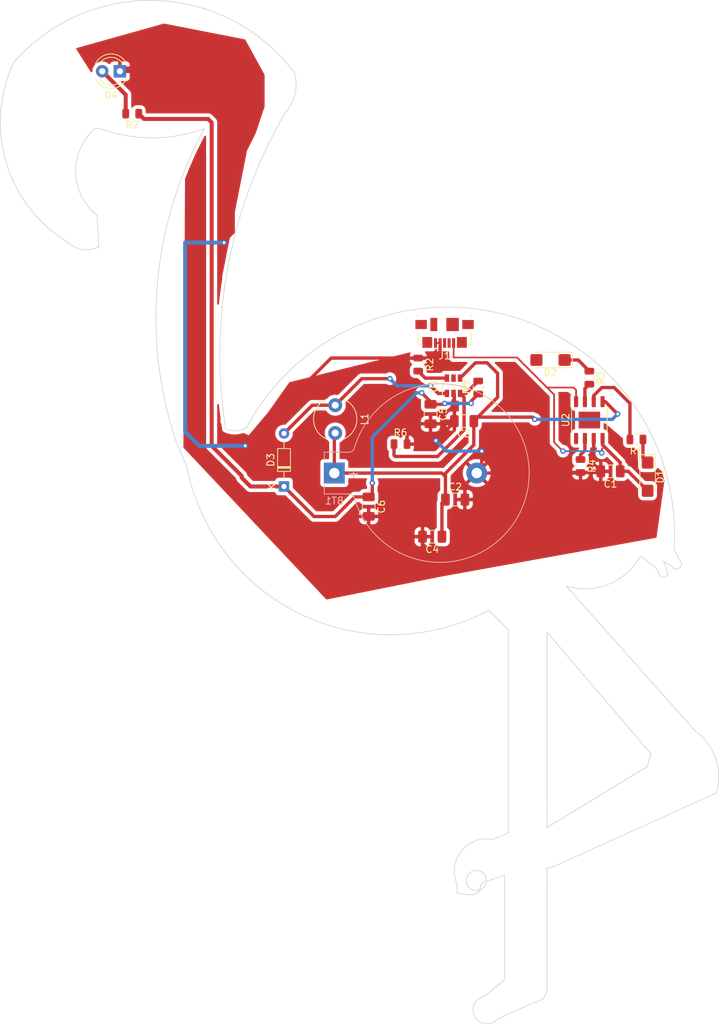
<source format=kicad_pcb>
(kicad_pcb (version 20210623) (generator pcbnew)
  (layers (0 "F.Cu" signal) (31 "B.Cu" signal) (34 "B.Paste" user) (35 "F.Paste" user) (36 "B.SilkS" user "B.Silkscreen") (37 "F.SilkS" user "F.Silkscreen") (38 "B.Mask" user) (39 "F.Mask" user) (44 "Edge.Cuts" user))
  (net 0 "")
  (net 1 "BOOST")
  (net 2 "BAT-")
  (net 3 "Net-(C1-Pad1)")
  (net 4 "5OT")
  (net 5 "Net-(D1-Pad1)")
  (net 6 "Net-(D2-Pad1)")
  (net 7 "Net-(D3-Pad2)")
  (net 8 "Net-(D4-Pad2)")
  (net 9 "Net-(R1-Pad2)")
  (net 10 "Net-(R2-Pad2)")
  (net 11 "Net-(R3-Pad2)")
  (net 12 "Net-(R4-Pad1)")
  (net 13 "FB")
  (footprint "Diode_THT:D_DO-34_SOD68_P7.62mm_Horizontal" (layer "F.Cu") (at 93.218 107.696 90)
    (fp_text reference "D3" (at 3.81 -1.92 90) (layer "F.SilkS"))
    (fp_text value "5.1")
    (fp_text user "K" (at 0 -1.75 90) (layer "F.SilkS"))
    (fp_line (start 2.866 -0.92) (end 2.866 0.92) (layer "F.SilkS") (width 0.12))
    (fp_line (start 2.17 0.92) (end 5.45 0.92) (layer "F.SilkS") (width 0.12))
    (fp_line (start 0.99 0) (end 2.17 0) (layer "F.SilkS") (width 0.12))
    (fp_line (start 2.626 -0.92) (end 2.626 0.92) (layer "F.SilkS") (width 0.12))
    (fp_line (start 2.746 -0.92) (end 2.746 0.92) (layer "F.SilkS") (width 0.12))
    (fp_line (start 5.45 -0.92) (end 2.17 -0.92) (layer "F.SilkS") (width 0.12))
    (fp_line (start 2.17 -0.92) (end 2.17 0.92) (layer "F.SilkS") (width 0.12))
    (fp_line (start 5.45 0.92) (end 5.45 -0.92) (layer "F.SilkS") (width 0.12))
    (fp_line (start 6.63 0) (end 5.45 0) (layer "F.SilkS") (width 0.12))
    (pad "1" thru_hole rect locked (at 0 0 90) (size 1.5 1.5) (drill 0.75) (layers *.Cu *.Mask) (net 4 "5OT"))
    (pad "2" thru_hole oval locked (at 7.62 0 90) (size 1.5 1.5) (drill 0.75) (layers *.Cu *.Mask) (net 7 "Net-(D3-Pad2)"))
  )
  (footprint "Resistor_SMD:R_0805_2012Metric" (layer "F.Cu") (at 109.982 101.6)
    (fp_text reference "R6" (at 0 -1.65) (layer "F.SilkS"))
    (fp_text value "12k")
    (fp_line (start -0.258578 0.71) (end 0.258578 0.71) (layer "F.SilkS") (width 0.12))
    (fp_line (start -0.258578 -0.71) (end 0.258578 -0.71) (layer "F.SilkS") (width 0.12))
    (pad "1" smd roundrect locked (at -0.9375 0) (size 0.975 1.4) (layers "F.Cu" "F.Paste" "F.Mask") (net 13 "FB"))
    (pad "2" smd roundrect locked (at 0.9375 0) (size 0.975 1.4) (layers "F.Cu" "F.Paste" "F.Mask") (net 2 "BAT-"))
  )
  (footprint "Capacitor_SMD:C_1206_3216Metric" (layer "F.Cu") (at 117.842939 109.578725)
    (fp_text reference "C2" (at 0 -1.82) (layer "F.SilkS"))
    (fp_text value "20uF")
    (fp_line (start -0.602064 -0.91) (end 0.602064 -0.91) (layer "F.SilkS") (width 0.12))
    (fp_line (start -0.602064 0.91) (end 0.602064 0.91) (layer "F.SilkS") (width 0.12))
    (pad "1" smd roundrect locked (at -1.4 0) (size 1.25 1.75) (layers "F.Cu" "F.Paste" "F.Mask") (roundrect_rratio 0.2) (net 1 "BOOST"))
    (pad "2" smd roundrect locked (at 1.4 0) (size 1.25 1.75) (layers "F.Cu" "F.Paste" "F.Mask") (roundrect_rratio 0.2) (net 2 "BAT-"))
  )
  (footprint "Resistor_SMD:R_0805_2012Metric" (layer "F.Cu") (at 135.876939 104.752725 -90)
    (fp_text reference "R4" (at 0 -1.65 90) (layer "F.SilkS"))
    (fp_text value "1.2k")
    (fp_line (start -0.258578 0.71) (end 0.258578 0.71) (layer "F.SilkS") (width 0.12))
    (fp_line (start -0.258578 -0.71) (end 0.258578 -0.71) (layer "F.SilkS") (width 0.12))
    (pad "1" smd roundrect locked (at -0.9375 0 270) (size 0.975 1.4) (layers "F.Cu" "F.Paste" "F.Mask") (net 12 "Net-(R4-Pad1)"))
    (pad "2" smd roundrect locked (at 0.9375 0 270) (size 0.975 1.4) (layers "F.Cu" "F.Paste" "F.Mask") (net 2 "BAT-"))
  )
  (footprint "Resistor_SMD:R_0805_2012Metric" (layer "F.Cu") (at 121.158 93.472 90)
    (fp_text reference "R5" (at 0 -1.65 90) (layer "F.SilkS"))
    (fp_text value "88k")
    (fp_line (start -0.258578 0.71) (end 0.258578 0.71) (layer "F.SilkS") (width 0.12))
    (fp_line (start -0.258578 -0.71) (end 0.258578 -0.71) (layer "F.SilkS") (width 0.12))
    (pad "1" smd roundrect locked (at -0.9375 0 90) (size 0.975 1.4) (layers "F.Cu" "F.Paste" "F.Mask") (net 4 "5OT"))
    (pad "2" smd roundrect locked (at 0.9375 0 90) (size 0.975 1.4) (layers "F.Cu" "F.Paste" "F.Mask") (net 13 "FB"))
  )
  (footprint "LED_SMD:LED_1806_4516Metric_Castellated" (layer "F.Cu") (at 145.528939 106.283725 -90)
    (fp_text reference "D1" (at 0 -1.8 90) (layer "F.SilkS"))
    (fp_text value "GREEN")
    (fp_line (start -3.16 -1.11) (end -3.16 1.11) (layer "F.SilkS") (width 0.12))
    (fp_line (start 2.25 -1.11) (end -3.16 -1.11) (layer "F.SilkS") (width 0.12))
    (fp_line (start -3.16 1.11) (end 2.25 1.11) (layer "F.SilkS") (width 0.12))
    (pad "1" smd roundrect locked (at -2.025 0 270) (size 1.75 1.7) (layers "F.Cu" "F.Paste" "F.Mask") (roundrect_rratio 0.1470588235) (net 5 "Net-(D1-Pad1)"))
    (pad "2" smd roundrect locked (at 2.025 0 270) (size 1.75 1.7) (layers "F.Cu" "F.Paste" "F.Mask") (roundrect_rratio 0.1470588235) (net 3 "Net-(C1-Pad1)"))
  )
  (footprint "Resistor_SMD:R_0805_2012Metric" (layer "F.Cu") (at 71.374 54.102 180)
    (fp_text reference "R7" (at 0 -1.65) (layer "F.SilkS"))
    (fp_text value "1k")
    (fp_line (start -0.258578 0.71) (end 0.258578 0.71) (layer "F.SilkS") (width 0.12))
    (fp_line (start -0.258578 -0.71) (end 0.258578 -0.71) (layer "F.SilkS") (width 0.12))
    (pad "1" smd roundrect locked (at -0.9375 0 180) (size 0.975 1.4) (layers "F.Cu" "F.Paste" "F.Mask") (net 4 "5OT"))
    (pad "2" smd roundrect locked (at 0.9375 0 180) (size 0.975 1.4) (layers "F.Cu" "F.Paste" "F.Mask") (net 8 "Net-(D4-Pad2)"))
  )
  (footprint "Capacitor_SMD:C_1206_3216Metric" (layer "F.Cu") (at 114.540939 114.912725 180)
    (fp_text reference "C4" (at 0 -1.82) (layer "F.SilkS"))
    (fp_text value "10nF")
    (fp_line (start -0.602064 -0.91) (end 0.602064 -0.91) (layer "F.SilkS") (width 0.12))
    (fp_line (start -0.602064 0.91) (end 0.602064 0.91) (layer "F.SilkS") (width 0.12))
    (pad "1" smd roundrect locked (at -1.4 0 180) (size 1.25 1.75) (layers "F.Cu" "F.Paste" "F.Mask") (roundrect_rratio 0.2) (net 1 "BOOST"))
    (pad "2" smd roundrect locked (at 1.4 0 180) (size 1.25 1.75) (layers "F.Cu" "F.Paste" "F.Mask") (roundrect_rratio 0.2) (net 2 "BAT-"))
  )
  (footprint "LED_SMD:LED_1806_4516Metric_Castellated" (layer "F.Cu") (at 131.558939 89.512725 180)
    (fp_text reference "D2" (at 0 -1.8) (layer "F.SilkS"))
    (fp_text value "RED")
    (fp_line (start 2.25 -1.11) (end -3.16 -1.11) (layer "F.SilkS") (width 0.12))
    (fp_line (start -3.16 -1.11) (end -3.16 1.11) (layer "F.SilkS") (width 0.12))
    (fp_line (start -3.16 1.11) (end 2.25 1.11) (layer "F.SilkS") (width 0.12))
    (pad "1" smd roundrect locked (at -2.025 0 180) (size 1.75 1.7) (layers "F.Cu" "F.Paste" "F.Mask") (roundrect_rratio 0.1470588235) (net 6 "Net-(D2-Pad1)"))
    (pad "2" smd roundrect locked (at 2.025 0 180) (size 1.75 1.7) (layers "F.Cu" "F.Paste" "F.Mask") (roundrect_rratio 0.1470588235) (net 3 "Net-(C1-Pad1)"))
  )
  (footprint "Capacitor_SMD:C_1206_3216Metric" (layer "F.Cu") (at 119.126 98.298 180)
    (fp_text reference "C3" (at 0 -1.82) (layer "F.SilkS"))
    (fp_text value "0.1uF")
    (fp_line (start -0.602064 -0.91) (end 0.602064 -0.91) (layer "F.SilkS") (width 0.12))
    (fp_line (start -0.602064 0.91) (end 0.602064 0.91) (layer "F.SilkS") (width 0.12))
    (pad "1" smd roundrect locked (at -1.4 0 180) (size 1.25 1.75) (layers "F.Cu" "F.Paste" "F.Mask") (roundrect_rratio 0.2) (net 1 "BOOST"))
    (pad "2" smd roundrect locked (at 1.4 0 180) (size 1.25 1.75) (layers "F.Cu" "F.Paste" "F.Mask") (roundrect_rratio 0.2) (net 2 "BAT-"))
  )
  (footprint "Connector_USB:USB_Micro-B_Molex_47346-0001" (layer "F.Cu") (at 116.318939 85.610725 180)
    (fp_text reference "J1" (at 0 -3.3) (layer "F.SilkS"))
    (fp_text value "USB_A")
    (fp_line (start 3.81 -1.71) (end 3.81 0.06) (layer "F.SilkS") (width 0.12))
    (fp_line (start -3.81 2.6) (end -3.81 2.34) (layer "F.SilkS") (width 0.12))
    (fp_line (start -3.81 0.06) (end -3.81 -1.71) (layer "F.SilkS") (width 0.12))
    (fp_line (start -3.81 -1.71) (end -3.43 -1.71) (layer "F.SilkS") (width 0.12))
    (fp_line (start 3.81 -1.71) (end 3.43 -1.71) (layer "F.SilkS") (width 0.12))
    (fp_line (start 3.81 2.34) (end 3.81 2.6) (layer "F.SilkS") (width 0.12))
    (pad "1" smd rect locked (at -1.3 -1.46 180) (size 0.45 1.38) (layers "F.Cu" "F.Paste" "F.Mask") (net 3 "Net-(C1-Pad1)"))
    (pad "2" smd rect locked (at -0.65 -1.46 180) (size 0.45 1.38) (layers "F.Cu" "F.Paste" "F.Mask"))
    (pad "3" smd rect locked (at 0 -1.46 180) (size 0.45 1.38) (layers "F.Cu" "F.Paste" "F.Mask"))
    (pad "4" smd rect locked (at 0.65 -1.46 180) (size 0.45 1.38) (layers "F.Cu" "F.Paste" "F.Mask") (net 2 "BAT-"))
    (pad "5" smd rect locked (at 1.3 -1.46 180) (size 0.45 1.38) (layers "F.Cu" "F.Paste" "F.Mask") (net 2 "BAT-"))
    (pad "6" smd rect locked (at -3.375 1.2 180) (size 1.65 1.3) (layers "F.Cu" "F.Paste" "F.Mask"))
    (pad "6" smd rect locked (at 1.55 1.2 180) (size 1 1.9) (layers "F.Cu" "F.Paste" "F.Mask"))
    (pad "6" smd rect locked (at -2.4875 -1.375 180) (size 1.425 1.55) (layers "F.Cu" "F.Paste" "F.Mask"))
    (pad "6" smd rect locked (at -1.15 1.2 180) (size 1.8 1.9) (layers "F.Cu" "F.Paste" "F.Mask"))
    (pad "6" smd rect locked (at 2.4875 -1.375 180) (size 1.425 1.55) (layers "F.Cu" "F.Paste" "F.Mask"))
    (pad "6" smd rect locked (at 3.375 1.2 180) (size 1.65 1.3) (layers "F.Cu" "F.Paste" "F.Mask"))
  )
  (footprint "Capacitor_SMD:C_1206_3216Metric" (layer "F.Cu") (at 114.3 97.282 -90)
    (fp_text reference "C5" (at 0 -1.82 90) (layer "F.SilkS"))
    (fp_text value "20uF")
    (fp_line (start -0.602064 -0.91) (end 0.602064 -0.91) (layer "F.SilkS") (width 0.12))
    (fp_line (start -0.602064 0.91) (end 0.602064 0.91) (layer "F.SilkS") (width 0.12))
    (pad "1" smd roundrect locked (at -1.4 0 270) (size 1.25 1.75) (layers "F.Cu" "F.Paste" "F.Mask") (roundrect_rratio 0.2) (net 4 "5OT"))
    (pad "2" smd roundrect locked (at 1.4 0 270) (size 1.25 1.75) (layers "F.Cu" "F.Paste" "F.Mask") (roundrect_rratio 0.2) (net 2 "BAT-"))
  )
  (footprint "LED_THT:LED_D4.0mm" (layer "F.Cu") (at 69.596 48.006 180)
    (fp_text reference "D4" (at 1.27 -3.46 180) (layer "F.SilkS"))
    (fp_text value "LED")
    (fp_line (start -0.79 1.08) (end -0.79 1.399) (layer "F.SilkS") (width 0.12))
    (fp_line (start -0.79 -1.399) (end -0.79 -1.08) (layer "F.SilkS") (width 0.12))
    (fp_arc (start 1.27 0) (end -0.41333 -1.08) (angle 114.6) (layer "F.SilkS") (width 0.12))
    (fp_arc (start 1.27 0) (end -0.79 -1.398749) (angle 120.1) (layer "F.SilkS") (width 0.12))
    (fp_arc (start 1.27 0) (end -0.41333 1.08) (angle -114.6) (layer "F.SilkS") (width 0.12))
    (fp_arc (start 1.27 0) (end -0.79 1.398749) (angle -120.1) (layer "F.SilkS") (width 0.12))
    (pad "1" thru_hole rect locked (at 0 0 180) (size 1.8 1.8) (drill 0.9) (layers *.Cu *.Mask) (net 2 "BAT-"))
    (pad "2" thru_hole circle locked (at 2.54 0 180) (size 1.8 1.8) (drill 0.9) (layers *.Cu *.Mask) (net 8 "Net-(D4-Pad2)"))
  )
  (footprint "Resistor_SMD:R_0805_2012Metric" (layer "F.Cu") (at 143.926439 100.942725 180)
    (fp_text reference "R1" (at 0 -1.65) (layer "F.SilkS"))
    (fp_text value "1k")
    (fp_line (start -0.258578 -0.71) (end 0.258578 -0.71) (layer "F.SilkS") (width 0.12))
    (fp_line (start -0.258578 0.71) (end 0.258578 0.71) (layer "F.SilkS") (width 0.12))
    (pad "1" smd roundrect locked (at -0.9375 0 180) (size 0.975 1.4) (layers "F.Cu" "F.Paste" "F.Mask") (net 5 "Net-(D1-Pad1)"))
    (pad "2" smd roundrect locked (at 0.9375 0 180) (size 0.975 1.4) (layers "F.Cu" "F.Paste" "F.Mask") (net 9 "Net-(R1-Pad2)"))
  )
  (footprint "Capacitor_SMD:C_1206_3216Metric" (layer "F.Cu") (at 105.396939 110.594725 -90)
    (fp_text reference "C6" (at 0 -1.82 90) (layer "F.SilkS"))
    (fp_text value "0.1uF")
    (fp_line (start -0.602064 -0.91) (end 0.602064 -0.91) (layer "F.SilkS") (width 0.12))
    (fp_line (start -0.602064 0.91) (end 0.602064 0.91) (layer "F.SilkS") (width 0.12))
    (pad "1" smd roundrect locked (at -1.4 0 270) (size 1.25 1.75) (layers "F.Cu" "F.Paste" "F.Mask") (roundrect_rratio 0.2) (net 4 "5OT"))
    (pad "2" smd roundrect locked (at 1.4 0 270) (size 1.25 1.75) (layers "F.Cu" "F.Paste" "F.Mask") (roundrect_rratio 0.2) (net 2 "BAT-"))
  )
  (footprint "Package_SO:HSOP-8-1EP_3.9x4.9mm_P1.27mm_EP2.41x3.1mm" (layer "F.Cu") (at 137.146939 98.148725 90)
    (fp_text reference "U2" (at 0 -3.4 90) (layer "F.SilkS"))
    (fp_text value "TP4056_BT")
    (fp_line (start 0 -2.56) (end 1.95 -2.56) (layer "F.SilkS") (width 0.12))
    (fp_line (start 0 2.56) (end 1.95 2.56) (layer "F.SilkS") (width 0.12))
    (fp_line (start 0 2.56) (end -1.95 2.56) (layer "F.SilkS") (width 0.12))
    (fp_line (start 0 -2.56) (end -3.45 -2.56) (layer "F.SilkS") (width 0.12))
    (pad "1" smd roundrect locked (at -2.65 -1.905 90) (size 1.6 0.6) (layers "F.Cu" "F.Paste" "F.Mask"))
    (pad "2" smd roundrect locked (at -2.65 -0.635 90) (size 1.6 0.6) (layers "F.Cu" "F.Paste" "F.Mask") (net 12 "Net-(R4-Pad1)"))
    (pad "3" smd roundrect locked (at -2.65 0.635 90) (size 1.6 0.6) (layers "F.Cu" "F.Paste" "F.Mask") (net 2 "BAT-"))
    (pad "4" smd roundrect locked (at -2.65 1.905 90) (size 1.6 0.6) (layers "F.Cu" "F.Paste" "F.Mask") (net 3 "Net-(C1-Pad1)"))
    (pad "5" smd roundrect locked (at 2.65 1.905 90) (size 1.6 0.6) (layers "F.Cu" "F.Paste" "F.Mask") (net 1 "BOOST"))
    (pad "6" smd roundrect locked (at 2.65 0.635 90) (size 1.6 0.6) (layers "F.Cu" "F.Paste" "F.Mask") (net 9 "Net-(R1-Pad2)"))
    (pad "7" smd roundrect locked (at 2.65 -0.635 90) (size 1.6 0.6) (layers "F.Cu" "F.Paste" "F.Mask") (net 11 "Net-(R3-Pad2)"))
    (pad "8" smd roundrect locked (at 2.65 -1.905 90) (size 1.6 0.6) (layers "F.Cu" "F.Paste" "F.Mask") (net 3 "Net-(C1-Pad1)"))
    (pad "9" smd rect locked (at 0 0 90) (size 2.41 3.1) (layers "F.Cu" "F.Mask"))
  )
  (footprint "Resistor_SMD:R_0805_2012Metric" (layer "F.Cu") (at 137.146939 92.052725 -90)
    (fp_text reference "R3" (at 0 -1.65 90) (layer "F.SilkS"))
    (fp_text value "1k")
    (fp_line (start -0.258578 -0.71) (end 0.258578 -0.71) (layer "F.SilkS") (width 0.12))
    (fp_line (start -0.258578 0.71) (end 0.258578 0.71) (layer "F.SilkS") (width 0.12))
    (pad "1" smd roundrect locked (at -0.9375 0 270) (size 0.975 1.4) (layers "F.Cu" "F.Paste" "F.Mask") (net 6 "Net-(D2-Pad1)"))
    (pad "2" smd roundrect locked (at 0.9375 0 270) (size 0.975 1.4) (layers "F.Cu" "F.Paste" "F.Mask") (net 11 "Net-(R3-Pad2)"))
  )
  (footprint "Inductor_THT:L_Radial_D6.0mm_P4.00mm" (layer "F.Cu") (at 100.584 96.012 -90)
    (fp_text reference "L1" (at 2 -4.25 90) (layer "F.SilkS"))
    (fp_text value "4.7uH")
    (fp_arc (start 2 0) (end -0.85426 1.26) (angle -132.362317) (layer "F.SilkS") (width 0.12))
    (fp_arc (start 2 0) (end -0.85426 -1.26) (angle 132.362317) (layer "F.SilkS") (width 0.12))
    (pad "1" thru_hole circle locked (at 0 0 270) (size 2 2) (drill 1) (layers *.Cu *.Mask) (net 7 "Net-(D3-Pad2)"))
    (pad "2" thru_hole circle locked (at 4 0 270) (size 2 2) (drill 1) (layers *.Cu *.Mask) (net 1 "BOOST"))
  )
  (footprint "Package_TO_SOT_SMD:SOT-23-6" (layer "F.Cu") (at 117.602 93.218 90)
    (fp_text reference "U1" (at 0 -2.9 90) (layer "F.SilkS"))
    (fp_text value "FP6291")
    (fp_line (start -0.9 1.61) (end 0.9 1.61) (layer "F.SilkS") (width 0.12))
    (fp_line (start 0.9 -1.61) (end -1.55 -1.61) (layer "F.SilkS") (width 0.12))
    (pad "1" smd rect locked (at -1.1 -0.95 90) (size 1.06 0.65) (layers "F.Cu" "F.Paste" "F.Mask") (net 7 "Net-(D3-Pad2)"))
    (pad "2" smd rect locked (at -1.1 0 90) (size 1.06 0.65) (layers "F.Cu" "F.Paste" "F.Mask") (net 2 "BAT-"))
    (pad "3" smd rect locked (at -1.1 0.95 90) (size 1.06 0.65) (layers "F.Cu" "F.Paste" "F.Mask") (net 13 "FB"))
    (pad "4" smd rect locked (at 1.1 0.95 90) (size 1.06 0.65) (layers "F.Cu" "F.Paste" "F.Mask") (net 1 "BOOST"))
    (pad "5" smd rect locked (at 1.1 0 90) (size 1.06 0.65) (layers "F.Cu" "F.Paste" "F.Mask") (net 1 "BOOST"))
    (pad "6" smd rect locked (at 1.1 -0.95 90) (size 1.06 0.65) (layers "F.Cu" "F.Paste" "F.Mask") (net 10 "Net-(R2-Pad2)"))
  )
  (footprint "Capacitor_SMD:C_1206_3216Metric" (layer "F.Cu") (at 140.194939 105.514725 180)
    (fp_text reference "C1" (at 0 -1.82) (layer "F.SilkS"))
    (fp_text value "10nF")
    (fp_line (start -0.602064 -0.91) (end 0.602064 -0.91) (layer "F.SilkS") (width 0.12))
    (fp_line (start -0.602064 0.91) (end 0.602064 0.91) (layer "F.SilkS") (width 0.12))
    (pad "1" smd roundrect locked (at -1.4 0 180) (size 1.25 1.75) (layers "F.Cu" "F.Paste" "F.Mask") (roundrect_rratio 0.2) (net 3 "Net-(C1-Pad1)"))
    (pad "2" smd roundrect locked (at 1.4 0 180) (size 1.25 1.75) (layers "F.Cu" "F.Paste" "F.Mask") (roundrect_rratio 0.2) (net 2 "BAT-"))
  )
  (footprint "Resistor_SMD:R_0805_2012Metric" (layer "F.Cu") (at 112.522 90.17 -90)
    (fp_text reference "R2" (at 0 -1.65 90) (layer "F.SilkS"))
    (fp_text value "48k")
    (fp_line (start -0.258578 0.71) (end 0.258578 0.71) (layer "F.SilkS") (width 0.12))
    (fp_line (start -0.258578 -0.71) (end 0.258578 -0.71) (layer "F.SilkS") (width 0.12))
    (pad "1" smd roundrect locked (at -0.9375 0 270) (size 0.975 1.4) (layers "F.Cu" "F.Paste" "F.Mask") (net 2 "BAT-"))
    (pad "2" smd roundrect locked (at 0.9375 0 270) (size 0.975 1.4) (layers "F.Cu" "F.Paste" "F.Mask") (net 10 "Net-(R2-Pad2)"))
  )
  (footprint "Battery:BatteryHolder_Keystone_104_1x23mm" (layer "B.Cu") (at 100.456859 105.768725)
    (fp_text reference "BT1" (at 0 4 180) (layer "B.SilkS") (effects (justify mirror)))
    (fp_text value "Battery")
    (fp_text user "+" (at 2.75 0 180) (layer "B.SilkS") (effects (font (size 1.5 1.5)) (justify mirror)))
    (fp_line (start -1.45 1.8) (end -1.45 3) (layer "B.SilkS") (width 0.12))
    (fp_line (start -1.45 -3) (end 2.15 -3) (layer "B.SilkS") (width 0.12))
    (fp_line (start -1.45 3) (end 2.15 3) (layer "B.SilkS") (width 0.12))
    (fp_line (start -1.45 -1.8) (end -1.45 -3) (layer "B.SilkS") (width 0.12))
    (fp_arc (start 15.2 0) (end 2.85 -3.5) (angle 164.5) (layer "B.SilkS") (width 0.12))
    (fp_arc (start 2.1 -3.8) (end 2.1 -3) (angle -70) (layer "B.SilkS") (width 0.12))
    (fp_arc (start 15.2 0) (end 2.85 3.5) (angle -164.5) (layer "B.SilkS") (width 0.12))
    (fp_arc (start 2.1 3.8) (end 2.1 3) (angle 70) (layer "B.SilkS") (width 0.12))
    (pad "1" thru_hole rect locked (at 0 0) (size 3 3) (drill 1.5) (layers *.Cu *.Mask) (net 1 "BOOST"))
    (pad "2" thru_hole circle locked (at 20.49 0) (size 3 3) (drill 1.5) (layers *.Cu *.Mask) (net 2 "BAT-"))
  )
  (gr_arc (start 64.793861 69.636141) (end 66.548 73.256725) (angle 70.57118706) (layer "Edge.Cuts") (width 0.1))
  (gr_arc (start 108.588161 99.09566) (end 122.682 125.476) (angle 106.9195559) (layer "Edge.Cuts") (width 0.1))
  (gr_arc (start 122.417859 182.944076) (end 123.938939 184.254725) (angle 221.898371) (layer "Edge.Cuts") (width 0.1))
  (gr_line (start 122.682 125.476) (end 125.476 128.27) (layer "Edge.Cuts") (width 0.1))
  (gr_line (start 66.026939 56.238725) (end 66.788939 56.238725) (layer "Edge.Cuts") (width 0.1))
  (gr_arc (start 122.360078 162.985989) (end 123.19 158.421559) (angle -123.9413457) (layer "Edge.Cuts") (width 0.1))
  (gr_line (start 148.322939 119.738725) (end 147.814939 118.468725) (layer "Edge.Cuts") (width 0.1))
  (gr_arc (start 88.932999 49.87809) (end 93.472 53.848) (angle -56.73876786) (layer "Edge.Cuts") (width 0.1))
  (gr_arc (start 74.281939 35.999186) (end 66.788939 56.238725) (angle -40.63071135) (layer "Edge.Cuts") (width 0.1))
  (gr_arc (start 136.482272 113.203372) (end 144.512939 117.706725) (angle 77.36278683) (layer "Edge.Cuts") (width 0.1))
  (gr_arc (start 73.928579 63.771337) (end 94.742 48.26) (angle -102.2881149) (layer "Edge.Cuts") (width 0.1))
  (gr_arc (start 129.158868 179.943189) (end 130.288939 181.460725) (angle -53.5216113) (layer "Edge.Cuts") (width 0.1))
  (gr_line (start 118.11 164.846) (end 118.11 166.116) (layer "Edge.Cuts") (width 0.1))
  (gr_line (start 124.968 157.734) (end 125.476 157.48) (layer "Edge.Cuts") (width 0.1))
  (gr_line (start 132.08 162.306) (end 131.064 162.56) (layer "Edge.Cuts") (width 0.1))
  (gr_arc (start 153.291621 149.189063) (end 145.528939 147.932725) (angle 13.5043482) (layer "Edge.Cuts") (width 0.1))
  (gr_arc (start 72.528994 55.362607) (end 61.962939 72.494725) (angle 83.71368034) (layer "Edge.Cuts") (width 0.1))
  (gr_line (start 125.476 157.48) (end 125.476 128.27) (layer "Edge.Cuts") (width 0.1))
  (gr_line (start 144.512939 117.706725) (end 146.798939 119.484725) (layer "Edge.Cuts") (width 0.1))
  (gr_arc (start 131.06494 83.400839) (end 77.724 101.346) (angle 47.45189141) (layer "Edge.Cuts") (width 0.1))
  (gr_line (start 124.968 163.576) (end 124.968 178.562) (layer "Edge.Cuts") (width 0.1))
  (gr_arc (start 116.695702 114.623888) (end 87.870939 99.164725) (angle 155.4175571) (layer "Edge.Cuts") (width 0.1))
  (gr_line (start 123.938939 184.254725) (end 127.240939 182.730725) (layer "Edge.Cuts") (width 0.1))
  (gr_line (start 131.064 162.56) (end 131.050939 179.936725) (layer "Edge.Cuts") (width 0.1))
  (gr_arc (start 122.684155 165.630963) (end 122.682 164.338) (angle -100.1978448) (layer "Edge.Cuts") (width 0.1))
  (gr_line (start 152.386939 142.852725) (end 133.844939 122.024725) (layer "Edge.Cuts") (width 0.1))
  (gr_arc (start 147.814936 120.119721) (end 147.306939 120.500725) (angle -179.9990977) (layer "Edge.Cuts") (width 0.1))
  (gr_line (start 146.798939 119.484725) (end 147.306939 120.500725) (layer "Edge.Cuts") (width 0.1))
  (gr_line (start 131.050939 128.628725) (end 146.036939 146.154725) (layer "Edge.Cuts") (width 0.1))
  (gr_line (start 120.65 166.37) (end 121.412 165.862) (layer "Edge.Cuts") (width 0.1))
  (gr_arc (start 120.904 164.338) (end 121.919999 163.322001) (angle 0) (layer "Edge.Cuts") (width 0.1))
  (gr_line (start 124.968 178.562) (end 122.160939 180.952725) (layer "Edge.Cuts") (width 0.1))
  (gr_line (start 131.064 156.718) (end 131.050939 128.628725) (layer "Edge.Cuts") (width 0.1))
  (gr_line (start 145.528939 147.932725) (end 131.304939 156.568725) (layer "Edge.Cuts") (width 0.1))
  (gr_line (start 124.968 163.576) (end 122.682 164.338) (layer "Edge.Cuts") (width 0.1))
  (gr_line (start 119.38 166.37) (end 120.65 166.37) (layer "Edge.Cuts") (width 0.1))
  (gr_line (start 79.248 104.902) (end 77.724 101.346) (layer "Edge.Cuts") (width 0.1))
  (gr_line (start 132.08 162.306) (end 155.434939 151.742725) (layer "Edge.Cuts") (width 0.1))
  (gr_arc (start 71.33596 62.355969) (end 66.280939 68.684725) (angle 100.4303003) (layer "Edge.Cuts") (width 0.1))
  (gr_arc (start 149.684964 118.81475) (end 149.084939 119.230725) (angle -200.5357411) (layer "Edge.Cuts") (width 0.1))
  (gr_line (start 123.19 158.421559) (end 124.968 157.734) (layer "Edge.Cuts") (width 0.1))
  (gr_line (start 131.304939 156.568725) (end 131.064 156.718) (layer "Edge.Cuts") (width 0.1))
  (gr_arc (start -10.481491 75.462394) (end 66.280939 68.684725) (angle 3.405629794) (layer "Edge.Cuts") (width 0.1))
  (gr_arc (start 152.712928 88.69772) (end 93.472 53.848) (angle -39.44095377) (layer "Edge.Cuts") (width 0.1))
  (gr_arc (start 86.123495 96.610407) (end 84.822939 99.418725) (angle -59.2258234) (layer "Edge.Cuts") (width 0.1))
  (gr_line (start 127.240939 182.730725) (end 130.288939 181.460725) (layer "Edge.Cuts") (width 0.1))
  (gr_line (start 150.100939 118.214725) (end 149.338939 116.690725) (layer "Edge.Cuts") (width 0.1))
  (gr_line (start 147.814939 118.468725) (end 149.084939 119.230725) (layer "Edge.Cuts") (width 0.1))
  (gr_line (start 118.11 166.116) (end 119.38 166.37) (layer "Edge.Cuts") (width 0.1))
  (gr_arc (start 147.619085 149.454932) (end 155.434939 151.742725) (angle -70.48004443) (layer "Edge.Cuts") (width 0.1))
  (segment (start 118.806439 86.985725) (end 118.806439 87.310439) (width 0.58) (layer "F.Cu") (net 0))
  (segment (start 100.456859 100.678859) (end 100.584 100.551718) (width 0.48) (layer "F.Cu") (net 1))
  (segment (start 115.928725 105.768725) (end 116.442939 106.282939) (width 0.48) (layer "F.Cu") (net 1))
  (segment (start 120.526 98.298) (end 121.096 97.728) (width 0.48) (layer "F.Cu") (net 1))
  (segment (start 129.286 98.044) (end 128.97 97.728) (width 0.48) (layer "F.Cu") (net 1))
  (segment (start 121.096 97.728) (end 123.952 94.872) (width 0.48) (layer "F.Cu") (net 1))
  (segment (start 123.952 91.44) (end 122.428 89.916) (width 0.48) (layer "F.Cu") (net 1))
  (segment (start 122.428 89.916) (end 120.754 89.916) (width 0.48) (layer "F.Cu") (net 1))
  (segment (start 115.940939 114.912725) (end 115.940939 110.080725) (width 0.48) (layer "F.Cu") (net 1))
  (segment (start 128.97 97.728) (end 121.096 97.728) (width 0.48) (layer "F.Cu") (net 1))
  (segment (start 123.952 94.872) (end 123.952 91.44) (width 0.48) (layer "F.Cu") (net 1))
  (segment (start 139.440725 95.498725) (end 141.224 97.282) (width 0.48) (layer "F.Cu") (net 1))
  (segment (start 115.940939 110.080725) (end 116.442939 109.578725) (width 0.48) (layer "F.Cu") (net 1))
  (segment (start 100.456859 105.768725) (end 100.456859 100.678859) (width 0.48) (layer "F.Cu") (net 1))
  (segment (start 100.456859 105.768725) (end 115.928725 105.768725) (width 0.48) (layer "F.Cu") (net 1))
  (segment (start 120.526 101.724) (end 120.526 98.298) (width 0.48) (layer "F.Cu") (net 1))
  (segment (start 116.442939 106.282939) (end 116.442939 105.807061) (width 0.48) (layer "F.Cu") (net 1))
  (segment (start 100.584 100.551718) (end 100.584 100.012) (width 0.48) (layer "F.Cu") (net 1))
  (segment (start 116.442939 109.578725) (end 116.442939 106.282939) (width 0.48) (layer "F.Cu") (net 1))
  (segment (start 120.754 89.916) (end 118.552 92.118) (width 0.48) (layer "F.Cu") (net 1))
  (segment (start 139.051939 95.498725) (end 139.440725 95.498725) (width 0.48) (layer "F.Cu") (net 1))
  (segment (start 116.442939 105.807061) (end 120.526 101.724) (width 0.48) (layer "F.Cu") (net 1))
  (via (at 129.286 98.044) (size 0.8) (drill 0.4) (layers "F.Cu" "B.Cu") (net 1))
  (via (at 141.224 97.282) (size 0.8) (drill 0.4) (layers "F.Cu" "B.Cu") (net 1))
  (segment (start 141.224 97.282) (end 140.462 98.044) (width 0.48) (layer "B.Cu") (net 1))
  (segment (start 140.462 98.044) (end 129.286 98.044) (width 0.48) (layer "B.Cu") (net 1))
  (segment (start 105.396939 111.994725) (end 105.396939 113.270939) (width 0.48) (layer "F.Cu") (net 2))
  (segment (start 117.726 94.442) (end 117.602 94.318) (width 0.48) (layer "F.Cu") (net 2))
  (segment (start 81.384725 47.602725) (end 85.852 52.07) (width 0.58) (layer "F.Cu") (net 2))
  (segment (start 115.2375 89.2325) (end 112.522 89.2325) (width 0.48) (layer "F.Cu") (net 2))
  (segment (start 111.1735 89.2325) (end 110.998 89.408) (width 0.48) (layer "F.Cu") (net 2))
  (segment (start 110.998 97.536) (end 112.144 98.682) (width 0.48) (layer "F.Cu") (net 2))
  (segment (start 137.781939 104.501725) (end 138.794939 105.514725) (width 0.48) (layer "F.Cu") (net 2))
  (segment (start 118.089878 117.856) (end 119.242939 116.702939) (width 0.48) (layer "F.Cu") (net 2))
  (segment (start 85.09 71.882) (end 85.09 72.136) (width 0.58) (layer "F.Cu") (net 2))
  (segment (start 85.852 69.088) (end 85.852 69.342) (width 0.58) (layer "F.Cu") (net 2))
  (segment (start 119.242939 109.578725) (end 119.242939 107.472645) (width 0.48) (layer "F.Cu") (net 2))
  (segment (start 113.140939 115.934939) (end 115.062 117.856) (width 0.48) (layer "F.Cu") (net 2))
  (segment (start 87.63 101.6) (end 88.392 100.838) (width 0.58) (layer "F.Cu") (net 2))
  (segment (start 115.018939 87.070725) (end 115.668939 87.070725) (width 0.25) (layer "F.Cu") (net 2))
  (segment (start 87.63 101.854) (end 87.63 101.6) (width 0.58) (layer "F.Cu") (net 2))
  (segment (start 138.619439 105.690225) (end 138.794939 105.514725) (width 0.48) (layer "F.Cu") (net 2))
  (segment (start 110.9195 100.1605) (end 112.398 98.682) (width 0.48) (layer "F.Cu") (net 2))
  (segment (start 85.852 66.802) (end 85.852 67.056) (width 0.58) (layer "F.Cu") (net 2))
  (segment (start 110.998 89.408) (end 110.998 97.536) (width 0.48) (layer "F.Cu") (net 2))
  (segment (start 117.726 98.428) (end 115.062 101.092) (width 0.48) (layer "F.Cu") (net 2))
  (segment (start 114.3 98.682) (end 117.342 98.682) (width 0.48) (layer "F.Cu") (net 2))
  (segment (start 135.798439 105.768725) (end 135.876939 105.690225) (width 0.48) (layer "F.Cu") (net 2))
  (segment (start 112.144 98.682) (end 112.398 98.682) (width 0.48) (layer "F.Cu") (net 2))
  (segment (start 121.666 102.616) (end 121.666 105.049584) (width 0.48) (layer "F.Cu") (net 2))
  (segment (start 85.852 66.802) (end 85.852 69.088) (width 0.58) (layer "F.Cu") (net 2))
  (segment (start 115.668939 87.070725) (end 115.668939 88.801061) (width 0.48) (layer "F.Cu") (net 2))
  (segment (start 69.999275 47.602725) (end 81.384725 47.602725) (width 0.58) (layer "F.Cu") (net 2))
  (segment (start 99.9975 89.2325) (end 88.392 100.838) (width 0.48) (layer "F.Cu") (net 2))
  (segment (start 112.522 89.2325) (end 111.1735 89.2325) (width 0.48) (layer "F.Cu") (net 2))
  (segment (start 85.852 69.342) (end 85.852 70.358) (width 0.58) (layer "F.Cu") (net 2))
  (segment (start 117.342 98.682) (end 117.726 98.298) (width 0.48) (layer "F.Cu") (net 2))
  (segment (start 85.852 52.07) (end 85.852 66.802) (width 0.58) (layer "F.Cu") (net 2))
  (segment (start 119.242939 107.472645) (end 120.946859 105.768725) (width 0.48) (layer "F.Cu") (net 2))
  (segment (start 117.726 98.298) (end 117.726 94.442) (width 0.48) (layer "F.Cu") (net 2))
  (segment (start 137.781939 100.798725) (end 137.781939 104.501725) (width 0.48) (layer "F.Cu") (net 2))
  (segment (start 85.09 72.136) (end 84.582 72.644) (width 0.58) (layer "F.Cu") (net 2))
  (segment (start 85.852 71.12) (end 85.09 71.882) (width 0.58) (layer "F.Cu") (net 2))
  (segment (start 135.876939 105.690225) (end 138.619439 105.690225) (width 0.48) (layer "F.Cu") (net 2))
  (segment (start 117.726 98.298) (end 117.726 98.428) (width 0.48) (layer "F.Cu") (net 2))
  (segment (start 115.062 117.856) (end 118.089878 117.856) (width 0.48) (layer "F.Cu") (net 2))
  (segment (start 121.666 105.049584) (end 120.946859 105.768725) (width 0.48) (layer "F.Cu") (net 2))
  (segment (start 110.9195 101.6) (end 110.9195 100.1605) (width 0.48) (layer "F.Cu") (net 2))
  (segment (start 119.242939 116.702939) (end 119.242939 109.578725) (width 0.48) (layer "F.Cu") (net 2))
  (segment (start 107.038725 114.912725) (end 113.140939 114.912725) (width 0.48) (layer "F.Cu") (net 2))
  (segment (start 112.522 89.2325) (end 99.9975 89.2325) (width 0.48) (layer "F.Cu") (net 2))
  (segment (start 105.396939 113.270939) (end 107.038725 114.912725) (width 0.48) (layer "F.Cu") (net 2))
  (segment (start 112.398 98.682) (end 114.3 98.682) (width 0.48) (layer "F.Cu") (net 2))
  (segment (start 85.852 70.358) (end 85.852 71.12) (width 0.58) (layer "F.Cu") (net 2))
  (segment (start 115.668939 88.801061) (end 115.2375 89.2325) (width 0.48) (layer "F.Cu") (net 2))
  (segment (start 69.596 48.006) (end 69.999275 47.602725) (width 0.58) (layer "F.Cu") (net 2))
  (segment (start 113.140939 114.912725) (end 113.140939 115.934939) (width 0.48) (layer "F.Cu") (net 2))
  (segment (start 120.946859 105.768725) (end 135.798439 105.768725) (width 0.48) (layer "F.Cu") (net 2))
  (via (at 84.582 72.644) (size 0.8) (drill 0.4) (layers "F.Cu" "B.Cu") (net 2))
  (via (at 115.062 101.092) (size 0.8) (drill 0.4) (layers "F.Cu" "B.Cu") (net 2))
  (via (at 121.666 102.616) (size 0.8) (drill 0.4) (layers "F.Cu" "B.Cu") (net 2))
  (via (at 87.63 101.854) (size 0.8) (drill 0.4) (layers "F.Cu" "B.Cu") (net 2))
  (segment (start 115.062 101.092) (end 116.586 102.616) (width 0.48) (layer "B.Cu") (net 2))
  (segment (start 81.026 101.854) (end 87.63 101.854) (width 0.58) (layer "B.Cu") (net 2))
  (segment (start 78.994 72.644) (end 78.994 99.822) (width 0.58) (layer "B.Cu") (net 2))
  (segment (start 84.582 72.644) (end 78.994 72.644) (width 0.58) (layer "B.Cu") (net 2))
  (segment (start 116.586 102.616) (end 121.666 102.616) (width 0.48) (layer "B.Cu") (net 2))
  (segment (start 78.994 99.822) (end 81.026 101.854) (width 0.58) (layer "B.Cu") (net 2))
  (segment (start 139.319 101.981) (end 141.594939 104.256939) (width 0.48) (layer "F.Cu") (net 3))
  (segment (start 126.746 89.154) (end 131.064 93.472) (width 0.25) (layer "F.Cu") (net 3))
  (segment (start 117.618939 89.170939) (end 117.635878 89.154) (width 0.25) (layer "F.Cu") (net 3))
  (segment (start 139.051939 100.798725) (end 139.051939 101.713939) (width 0.48) (layer "F.Cu") (net 3))
  (segment (start 142.734939 105.514725) (end 145.528939 108.308725) (width 0.48) (layer "F.Cu") (net 3))
  (segment (start 135.241939 93.839939) (end 134.874 93.472) (width 0.25) (layer "F.Cu") (net 3))
  (segment (start 132.08 94.488) (end 132.08 96.012) (width 0.25) (layer "F.Cu") (net 3))
  (segment (start 117.635878 89.154) (end 126.746 89.154) (width 0.25) (layer "F.Cu") (net 3))
  (segment (start 117.618939 87.070725) (end 117.618939 89.170939) (width 0.25) (layer "F.Cu") (net 3))
  (segment (start 141.594939 105.514725) (end 142.734939 105.514725) (width 0.48) (layer "F.Cu") (net 3))
  (segment (start 139.051939 101.713939) (end 139.319 101.981) (width 0.48) (layer "F.Cu") (net 3))
  (segment (start 141.594939 104.256939) (end 141.594939 105.514725) (width 0.48) (layer "F.Cu") (net 3))
  (segment (start 131.064 93.472) (end 132.08 94.488) (width 0.25) (layer "F.Cu") (net 3))
  (segment (start 134.874 93.472) (end 131.064 93.472) (width 0.25) (layer "F.Cu") (net 3))
  (segment (start 135.241939 95.498725) (end 135.241939 93.839939) (width 0.25) (layer "F.Cu") (net 3))
  (segment (start 138.938 102.87) (end 138.938 102.362) (width 0.25) (layer "F.Cu") (net 3))
  (segment (start 132.08 101.346) (end 133.35 102.616) (width 0.25) (layer "F.Cu") (net 3))
  (segment (start 132.08 96.012) (end 132.08 101.346) (width 0.25) (layer "F.Cu") (net 3))
  (segment (start 138.938 102.362) (end 139.319 101.981) (width 0.25) (layer "F.Cu") (net 3))
  (via (at 133.35 102.616) (size 0.8) (drill 0.4) (layers "F.Cu" "B.Cu") (net 3))
  (via (at 138.938 102.87) (size 0.8) (drill 0.4) (layers "F.Cu" "B.Cu") (net 3))
  (segment (start 138.684 102.616) (end 138.938 102.87) (width 0.25) (layer "B.Cu") (net 3))
  (segment (start 133.35 102.616) (end 138.684 102.616) (width 0.25) (layer "B.Cu") (net 3))
  (segment (start 114.3 95.882) (end 116.208 95.882) (width 0.48) (layer "F.Cu") (net 4))
  (segment (start 82.804 101.854) (end 87.122 106.172) (width 0.58) (layer "F.Cu") (net 4))
  (segment (start 87.122 106.426) (end 88.392 107.696) (width 0.58) (layer "F.Cu") (net 4))
  (segment (start 93.218 107.696) (end 97.536 112.014) (width 0.48) (layer "F.Cu") (net 4))
  (segment (start 88.392 107.696) (end 93.218 107.696) (width 0.58) (layer "F.Cu") (net 4))
  (segment (start 100.584 112.014) (end 103.403275 109.194725) (width 0.48) (layer "F.Cu") (net 4))
  (segment (start 73.0735 54.864) (end 82.296 54.864) (width 0.58) (layer "F.Cu") (net 4))
  (segment (start 82.804 55.372) (end 82.804 101.854) (width 0.58) (layer "F.Cu") (net 4))
  (segment (start 114.3 95.882) (end 114.3 95.504) (width 0.48) (layer "F.Cu") (net 4))
  (segment (start 103.403275 109.194725) (end 105.396939 109.194725) (width 0.48) (layer "F.Cu") (net 4))
  (segment (start 116.208 95.882) (end 116.332 95.758) (width 0.48) (layer "F.Cu") (net 4))
  (segment (start 120.142 95.4255) (end 121.158 94.4095) (width 0.48) (layer "F.Cu") (net 4))
  (segment (start 120.142 95.758) (end 120.142 95.4255) (width 0.48) (layer "F.Cu") (net 4))
  (segment (start 105.918 107.188) (end 105.918 108.673664) (width 0.48) (layer "F.Cu") (net 4))
  (segment (start 87.122 106.172) (end 87.122 106.426) (width 0.58) (layer "F.Cu") (net 4))
  (segment (start 105.918 108.673664) (end 105.396939 109.194725) (width 0.48) (layer "F.Cu") (net 4))
  (segment (start 72.3115 54.102) (end 73.0735 54.864) (width 0.58) (layer "F.Cu") (net 4))
  (segment (start 114.3 95.504) (end 113.03 94.234) (width 0.48) (layer "F.Cu") (net 4))
  (segment (start 82.296 54.864) (end 82.804 55.372) (width 0.58) (layer "F.Cu") (net 4))
  (segment (start 97.536 112.014) (end 100.584 112.014) (width 0.48) (layer "F.Cu") (net 4))
  (via (at 113.03 94.234) (size 0.8) (drill 0.4) (layers "F.Cu" "B.Cu") (net 4))
  (via (at 116.332 95.758) (size 0.8) (drill 0.4) (layers "F.Cu" "B.Cu") (net 4))
  (via (at 105.918 107.188) (size 0.8) (drill 0.4) (layers "F.Cu" "B.Cu") (net 4))
  (via (at 120.142 95.758) (size 0.8) (drill 0.4) (layers "F.Cu" "B.Cu") (net 4))
  (segment (start 105.918 100.584) (end 105.918 107.188) (width 0.48) (layer "B.Cu") (net 4))
  (segment (start 112.268 94.234) (end 105.918 100.584) (width 0.48) (layer "B.Cu") (net 4))
  (segment (start 116.332 95.758) (end 120.142 95.758) (width 0.48) (layer "B.Cu") (net 4))
  (segment (start 113.03 94.234) (end 112.268 94.234) (width 0.48) (layer "B.Cu") (net 4))
  (segment (start 144.863939 100.942725) (end 144.863939 103.593725) (width 0.48) (layer "F.Cu") (net 5))
  (segment (start 144.863939 103.593725) (end 145.528939 104.258725) (width 0.48) (layer "F.Cu") (net 5))
  (segment (start 133.583939 89.512725) (end 135.544439 89.512725) (width 0.48) (layer "F.Cu") (net 6))
  (segment (start 135.544439 89.512725) (end 137.146939 91.115225) (width 0.48) (layer "F.Cu") (net 6))
  (segment (start 97.282 96.012) (end 100.584 96.012) (width 0.48) (layer "F.Cu") (net 7))
  (segment (start 104.394 92.202) (end 108.458 92.202) (width 0.48) (layer "F.Cu") (net 7))
  (segment (start 114.3 93.218) (end 115.4 94.318) (width 0.48) (layer "F.Cu") (net 7))
  (segment (start 115.4 94.318) (end 116.652 94.318) (width 0.48) (layer "F.Cu") (net 7))
  (segment (start 100.584 96.012) (end 104.394 92.202) (width 0.48) (layer "F.Cu") (net 7))
  (segment (start 93.218 100.076) (end 97.282 96.012) (width 0.48) (layer "F.Cu") (net 7))
  (via (at 108.458 92.202) (size 0.8) (drill 0.4) (layers "F.Cu" "B.Cu") (net 7))
  (via (at 114.3 93.218) (size 0.8) (drill 0.4) (layers "F.Cu" "B.Cu") (net 7))
  (segment (start 109.474 93.218) (end 114.3 93.218) (width 0.48) (layer "B.Cu") (net 7))
  (segment (start 108.458 92.202) (end 109.474 93.218) (width 0.48) (layer "B.Cu") (net 7))
  (segment (start 67.056 48.006) (end 70.4365 51.3865) (width 0.58) (layer "F.Cu") (net 8))
  (segment (start 70.4365 51.3865) (end 70.4365 54.102) (width 0.58) (layer "F.Cu") (net 8))
  (segment (start 137.781939 95.498725) (end 137.781939 94.628061) (width 0.48) (layer "F.Cu") (net 9))
  (segment (start 138.938 93.472) (end 140.716 93.472) (width 0.48) (layer "F.Cu") (net 9))
  (segment (start 137.781939 94.628061) (end 138.938 93.472) (width 0.48) (layer "F.Cu") (net 9))
  (segment (start 140.716 93.472) (end 142.988939 95.744939) (width 0.48) (layer "F.Cu") (net 9))
  (segment (start 142.988939 95.744939) (end 142.988939 100.942725) (width 0.48) (layer "F.Cu") (net 9))
  (segment (start 113.5325 92.118) (end 112.522 91.1075) (width 0.48) (layer "F.Cu") (net 10))
  (segment (start 116.652 92.118) (end 113.5325 92.118) (width 0.48) (layer "F.Cu") (net 10))
  (segment (start 136.511939 95.498725) (end 136.511939 93.625225) (width 0.48) (layer "F.Cu") (net 11))
  (segment (start 136.511939 93.625225) (end 137.146939 92.990225) (width 0.48) (layer "F.Cu") (net 11))
  (segment (start 136.511939 102.502061) (end 135.876939 103.137061) (width 0.48) (layer "F.Cu") (net 12))
  (segment (start 135.876939 103.137061) (end 135.876939 103.815225) (width 0.48) (layer "F.Cu") (net 12))
  (segment (start 136.511939 100.798725) (end 136.511939 102.502061) (width 0.48) (layer "F.Cu") (net 12))
  (segment (start 109.22 103.378) (end 109.0445 103.2025) (width 0.48) (layer "F.Cu") (net 13))
  (segment (start 119.3745 94.318) (end 121.158 92.5345) (width 0.48) (layer "F.Cu") (net 13))
  (segment (start 119.126 99.568) (end 115.316 103.378) (width 0.48) (layer "F.Cu") (net 13))
  (segment (start 115.316 103.378) (end 115.062 103.378) (width 0.48) (layer "F.Cu") (net 13))
  (segment (start 118.552 94.318) (end 119.126 94.892) (width 0.48) (layer "F.Cu") (net 13))
  (segment (start 118.552 94.318) (end 119.3745 94.318) (width 0.48) (layer "F.Cu") (net 13))
  (segment (start 119.126 94.892) (end 119.126 99.568) (width 0.48) (layer "F.Cu") (net 13))
  (segment (start 109.0445 103.2025) (end 109.0445 101.6) (width 0.48) (layer "F.Cu") (net 13))
  (segment (start 115.062 103.378) (end 109.22 103.378) (width 0.48) (layer "F.Cu") (net 13))
  (zone (net 2) (net_name "BAT-") (layer "F.Cu") (connect_pads (clearance 0.508)) (min_thickness 0.254) (fill yes (thermal_gap 0.508) (thermal_bridge_width 0.508))
    (polygon (pts (xy 87.63 43.434) (xy 90.424 48.514) (xy 90.424 53.086) (xy 89.154 56.896) (xy 87.884 59.436) (xy 84.328 77.47) (xy 84.074 98.552) (xy 88.138 100.33) (xy 90.932 97.028) (xy 93.98 92.71) (xy 123.698 85.344) (xy 148.082 105.918) (xy 146.812 115.062) (xy 115.824 120.65) (xy 99.314 123.952) (xy 78.74 102.108) (xy 78.994 60.198) (xy 68.58 53.086) (xy 63.246 44.704) (xy 75.946 41.148)))
  )
)
</source>
